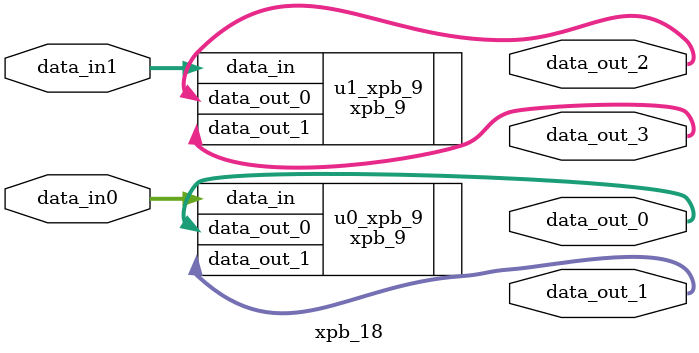
<source format=v>
module xpb_18
(
    input [8:0] data_in0,
    input [8:0] data_in1,

    output [1023:0] data_out_0,
    output [1023:0] data_out_1,
    output [1023:0] data_out_2,
    output [1023:0] data_out_3
);


xpb_9  u0_xpb_9 (
.data_in(       data_in0    ),
.data_out_0(    data_out_0  ),
.data_out_1(    data_out_1  )
);

xpb_9  u1_xpb_9 (
.data_in(       data_in1      ),
.data_out_0(    data_out_2 ),
.data_out_1(    data_out_3 )
);


endmodule
</source>
